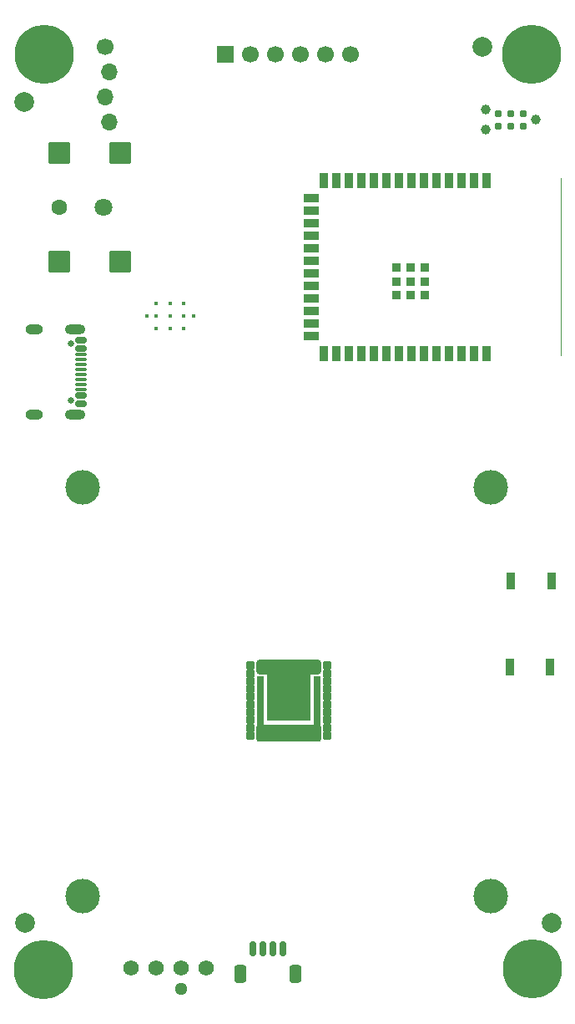
<source format=gbr>
%TF.GenerationSoftware,KiCad,Pcbnew,9.0.2*%
%TF.CreationDate,2025-06-20T12:19:24+03:00*%
%TF.ProjectId,BitshokaNiniV1.1,42697473-686f-46b6-914e-696e6956312e,rev?*%
%TF.SameCoordinates,Original*%
%TF.FileFunction,Soldermask,Bot*%
%TF.FilePolarity,Negative*%
%FSLAX46Y46*%
G04 Gerber Fmt 4.6, Leading zero omitted, Abs format (unit mm)*
G04 Created by KiCad (PCBNEW 9.0.2) date 2025-06-20 12:19:24*
%MOMM*%
%LPD*%
G01*
G04 APERTURE LIST*
G04 Aperture macros list*
%AMRoundRect*
0 Rectangle with rounded corners*
0 $1 Rounding radius*
0 $2 $3 $4 $5 $6 $7 $8 $9 X,Y pos of 4 corners*
0 Add a 4 corners polygon primitive as box body*
4,1,4,$2,$3,$4,$5,$6,$7,$8,$9,$2,$3,0*
0 Add four circle primitives for the rounded corners*
1,1,$1+$1,$2,$3*
1,1,$1+$1,$4,$5*
1,1,$1+$1,$6,$7*
1,1,$1+$1,$8,$9*
0 Add four rect primitives between the rounded corners*
20,1,$1+$1,$2,$3,$4,$5,0*
20,1,$1+$1,$4,$5,$6,$7,0*
20,1,$1+$1,$6,$7,$8,$9,0*
20,1,$1+$1,$8,$9,$2,$3,0*%
G04 Aperture macros list end*
%ADD10C,0.120000*%
%ADD11R,0.900000X0.900000*%
%ADD12R,0.900000X1.500000*%
%ADD13R,1.500000X0.900000*%
%ADD14C,2.000000*%
%ADD15C,3.500000*%
%ADD16C,1.800000*%
%ADD17C,1.600000*%
%ADD18RoundRect,0.102000X1.000000X-1.000000X1.000000X1.000000X-1.000000X1.000000X-1.000000X-1.000000X0*%
%ADD19C,0.990600*%
%ADD20C,0.787400*%
%ADD21C,0.650000*%
%ADD22RoundRect,0.150000X0.425000X-0.150000X0.425000X0.150000X-0.425000X0.150000X-0.425000X-0.150000X0*%
%ADD23RoundRect,0.075000X0.500000X-0.075000X0.500000X0.075000X-0.500000X0.075000X-0.500000X-0.075000X0*%
%ADD24O,2.100000X1.000000*%
%ADD25O,1.800000X1.000000*%
%ADD26C,1.295400*%
%ADD27C,1.574800*%
%ADD28C,0.400000*%
%ADD29C,0.800000*%
%ADD30C,6.000000*%
%ADD31R,1.700000X1.700000*%
%ADD32C,1.700000*%
%ADD33O,1.700000X1.700000*%
%ADD34RoundRect,0.117030X0.345570X0.273070X-0.345570X0.273070X-0.345570X-0.273070X0.345570X-0.273070X0*%
%ADD35RoundRect,0.216600X3.055400X0.505400X-3.055400X0.505400X-3.055400X-0.505400X3.055400X-0.505400X0*%
%ADD36R,4.524000X4.863538*%
%ADD37R,0.722000X5.050000*%
%ADD38RoundRect,0.261600X3.010400X0.610400X-3.010400X0.610400X-3.010400X-0.610400X3.010400X-0.610400X0*%
%ADD39R,0.900000X1.800000*%
%ADD40RoundRect,0.150000X-0.150000X-0.625000X0.150000X-0.625000X0.150000X0.625000X-0.150000X0.625000X0*%
%ADD41RoundRect,0.250000X-0.350000X-0.650000X0.350000X-0.650000X0.350000X0.650000X-0.350000X0.650000X0*%
G04 APERTURE END LIST*
D10*
%TO.C,U4*%
X133180000Y-81610000D02*
X133180000Y-63610000D01*
%TD*%
D11*
%TO.C,U4*%
X116570000Y-72710000D03*
X117970000Y-72710000D03*
X119370000Y-72710000D03*
X116570000Y-74110000D03*
X117970000Y-74110000D03*
X119370000Y-74110000D03*
X116570000Y-75510000D03*
X117970000Y-75510000D03*
X119370000Y-75510000D03*
D12*
X125690000Y-63860000D03*
X124420000Y-63860000D03*
X123150000Y-63860000D03*
X121880000Y-63860000D03*
X120610000Y-63860000D03*
X119340000Y-63860000D03*
X118070000Y-63860000D03*
X116800000Y-63860000D03*
X115530000Y-63860000D03*
X114260000Y-63860000D03*
X112990000Y-63860000D03*
X111720000Y-63860000D03*
X110450000Y-63860000D03*
X109180000Y-63860000D03*
D13*
X107930000Y-65625000D03*
X107930000Y-66895000D03*
X107930000Y-68165000D03*
X107930000Y-69435000D03*
X107930000Y-70705000D03*
X107930000Y-71975000D03*
X107930000Y-73245000D03*
X107930000Y-74515000D03*
X107930000Y-75785000D03*
X107930000Y-77055000D03*
X107930000Y-78325000D03*
X107930000Y-79595000D03*
D12*
X109180000Y-81360000D03*
X110450000Y-81360000D03*
X111720000Y-81360000D03*
X112990000Y-81360000D03*
X114260000Y-81360000D03*
X115530000Y-81360000D03*
X116800000Y-81360000D03*
X118070000Y-81360000D03*
X119340000Y-81360000D03*
X120610000Y-81360000D03*
X121880000Y-81360000D03*
X123150000Y-81360000D03*
X124420000Y-81360000D03*
X125690000Y-81360000D03*
%TD*%
D14*
%TO.C,FID5*%
X125270000Y-50310000D03*
%TD*%
%TO.C,FID6*%
X78750000Y-55900000D03*
%TD*%
%TO.C,FID7*%
X132260000Y-139060000D03*
%TD*%
%TO.C,FID8*%
X78850000Y-139070000D03*
%TD*%
D15*
%TO.C,H5*%
X126060000Y-136360000D03*
%TD*%
%TO.C,H6*%
X84710000Y-94910000D03*
%TD*%
%TO.C,H7*%
X126060000Y-94910000D03*
%TD*%
%TO.C,H8*%
X84710000Y-136360000D03*
%TD*%
D16*
%TO.C,J1*%
X86830000Y-66620000D03*
D17*
X82330000Y-66620000D03*
D18*
X88530000Y-72120000D03*
X82330000Y-72120000D03*
X82330000Y-61120000D03*
X88530000Y-61120000D03*
%TD*%
D19*
%TO.C,J2*%
X130670000Y-57730000D03*
X125590000Y-56714000D03*
X125590000Y-58746000D03*
D20*
X129400000Y-58365000D03*
X129400000Y-57095000D03*
X128130000Y-58365000D03*
X128130000Y-57095000D03*
X126860000Y-58365000D03*
X126860000Y-57095000D03*
%TD*%
D21*
%TO.C,J5*%
X83470000Y-86150000D03*
X83470000Y-80370000D03*
D22*
X84545000Y-86460000D03*
X84545000Y-85660000D03*
D23*
X84545000Y-84510000D03*
X84545000Y-83510000D03*
X84545000Y-83010000D03*
X84545000Y-82010000D03*
D22*
X84545000Y-80060000D03*
X84545000Y-80860000D03*
D23*
X84545000Y-81510000D03*
X84545000Y-82510000D03*
X84545000Y-84010000D03*
X84545000Y-85010000D03*
D24*
X83970000Y-87580000D03*
D25*
X79790000Y-87580000D03*
D24*
X83970000Y-78940000D03*
D25*
X79790000Y-78940000D03*
%TD*%
D26*
%TO.C,J6*%
X94701000Y-145782001D03*
D27*
X89621000Y-143622000D03*
X92161000Y-143622000D03*
X94701000Y-143622000D03*
X97241000Y-143622000D03*
%TD*%
D28*
%TO.C,U2*%
X92180000Y-78870000D03*
X93580000Y-78870000D03*
X94980000Y-78870000D03*
X91180000Y-77590000D03*
X92180000Y-77590000D03*
X93580000Y-77590000D03*
X94980000Y-77590000D03*
X95980000Y-77590000D03*
X92180000Y-76310000D03*
X93580000Y-76310000D03*
X94980000Y-76310000D03*
%TD*%
D29*
%TO.C,H1*%
X127985010Y-51120990D03*
X128644020Y-49530000D03*
X128644020Y-52711980D03*
X130235010Y-48870990D03*
D30*
X130235010Y-51120990D03*
D29*
X130235010Y-53370990D03*
X131826000Y-49530000D03*
X131826000Y-52711980D03*
X132485010Y-51120990D03*
%TD*%
%TO.C,H3*%
X128052000Y-143728000D03*
X128711010Y-142137010D03*
X128711010Y-145318990D03*
X130302000Y-141478000D03*
D30*
X130302000Y-143728000D03*
D29*
X130302000Y-145978000D03*
X131892990Y-142137010D03*
X131892990Y-145318990D03*
X132552000Y-143728000D03*
%TD*%
D31*
%TO.C,J4*%
X99171505Y-51054000D03*
D32*
X101711505Y-51054000D03*
X104251505Y-51054000D03*
X106791505Y-51054000D03*
X109331505Y-51054000D03*
X111871505Y-51054000D03*
%TD*%
D29*
%TO.C,H4*%
X78455010Y-143830990D03*
X79114020Y-142240000D03*
X79114020Y-145421980D03*
X80705010Y-141580990D03*
D30*
X80705010Y-143830990D03*
D29*
X80705010Y-146080990D03*
X82296000Y-142240000D03*
X82296000Y-145421980D03*
X82955010Y-143830990D03*
%TD*%
%TO.C,H2*%
X78558000Y-51054000D03*
X79217010Y-49463010D03*
X79217010Y-52644990D03*
X80808000Y-48804000D03*
D30*
X80808000Y-51054000D03*
D29*
X80808000Y-53304000D03*
X82398990Y-49463010D03*
X82398990Y-52644990D03*
X83058000Y-51054000D03*
%TD*%
D32*
%TO.C,J3*%
X87005000Y-50292000D03*
D33*
X87405000Y-52832000D03*
X87005000Y-55372000D03*
X87405000Y-57912000D03*
%TD*%
D34*
%TO.C,U8*%
X109508562Y-113009000D03*
X109508562Y-113795000D03*
X109508562Y-114581000D03*
X109508562Y-115367000D03*
X109508562Y-116153000D03*
X109508562Y-116939000D03*
X109508562Y-117725000D03*
X109508562Y-118511000D03*
X109508562Y-119297000D03*
X109508562Y-120083000D03*
X101712562Y-120083000D03*
X101712562Y-119297000D03*
X101712562Y-118511000D03*
X101712562Y-117725000D03*
X101712562Y-116939000D03*
X101712562Y-116153000D03*
X101712562Y-115367000D03*
X101712562Y-114581000D03*
X101712562Y-113795000D03*
X101712562Y-113009000D03*
D28*
X108510562Y-112846000D03*
X108510562Y-113426000D03*
X107110562Y-115268511D03*
X107110562Y-117221000D03*
X106360562Y-114546000D03*
X106360562Y-115274627D03*
X106360562Y-116246000D03*
X106360562Y-117221000D03*
X106360562Y-117946000D03*
X105960562Y-112846000D03*
X105960562Y-113426000D03*
D35*
X105610562Y-113146000D03*
D36*
X105610562Y-116232230D03*
D28*
X105260562Y-112846000D03*
X105260562Y-113426000D03*
X104860562Y-114546000D03*
X104860562Y-115274627D03*
X104860562Y-116246000D03*
X104860562Y-117221000D03*
X104860562Y-117946000D03*
X104110562Y-115274627D03*
X104110562Y-117221000D03*
X102710562Y-112846000D03*
X102710562Y-113426000D03*
X108560562Y-116546000D03*
X108560562Y-119266000D03*
X108560562Y-120346000D03*
D37*
X108521562Y-116640000D03*
D28*
X105610562Y-119266000D03*
D38*
X105610562Y-119806000D03*
D28*
X105610562Y-120346000D03*
D37*
X102699562Y-116640000D03*
D28*
X102660562Y-116546000D03*
X102660562Y-119266000D03*
X102660562Y-120346000D03*
%TD*%
D39*
%TO.C,SW1*%
X132246000Y-104448000D03*
X128136000Y-104448000D03*
%TD*%
%TO.C,SW2*%
X132142000Y-113155000D03*
X128032000Y-113155000D03*
%TD*%
D40*
%TO.C,J7*%
X102000000Y-141675000D03*
X103000000Y-141675000D03*
X104000000Y-141675000D03*
X105000000Y-141675000D03*
D41*
X100700000Y-144200000D03*
X106300000Y-144200000D03*
%TD*%
M02*

</source>
